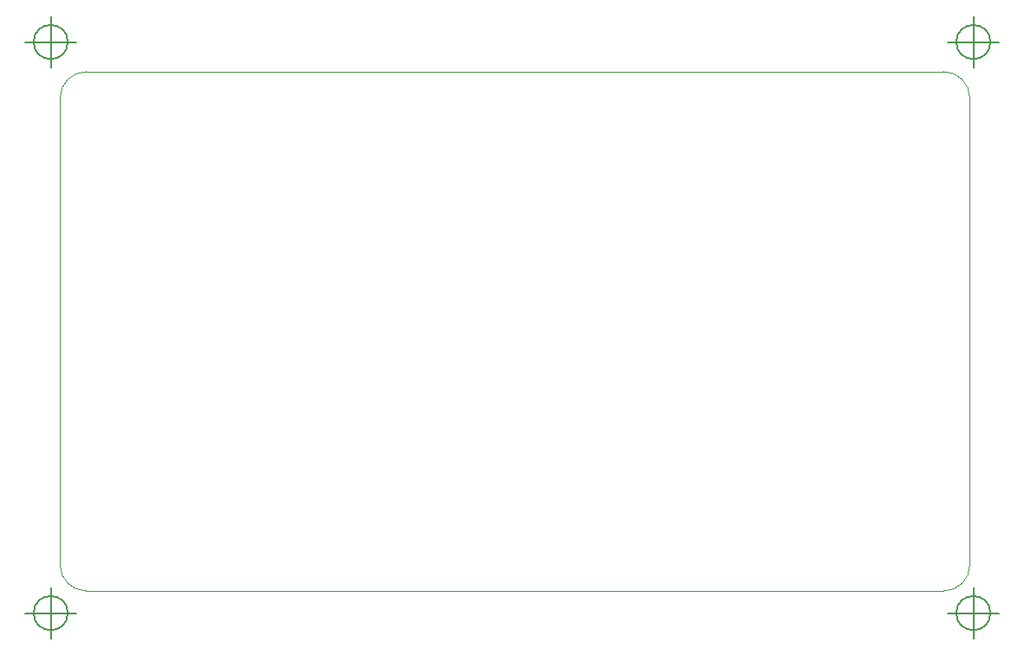
<source format=gbr>
G04 #@! TF.GenerationSoftware,KiCad,Pcbnew,7.0.6*
G04 #@! TF.CreationDate,2023-07-20T11:09:59-06:00*
G04 #@! TF.ProjectId,L1IFStream,4c314946-5374-4726-9561-6d2e6b696361,A*
G04 #@! TF.SameCoordinates,Original*
G04 #@! TF.FileFunction,Profile,NP*
%FSLAX46Y46*%
G04 Gerber Fmt 4.6, Leading zero omitted, Abs format (unit mm)*
G04 Created by KiCad (PCBNEW 7.0.6) date 2023-07-20 11:09:59*
%MOMM*%
%LPD*%
G01*
G04 APERTURE LIST*
G04 #@! TA.AperFunction,Profile*
%ADD10C,0.050000*%
G04 #@! TD*
G04 #@! TA.AperFunction,Profile*
%ADD11C,0.150000*%
G04 #@! TD*
G04 APERTURE END LIST*
D10*
X92362800Y-72762000D02*
G75*
G03*
X89822800Y-75302000I0J-2540000D01*
G01*
X89822800Y-121022000D02*
G75*
G03*
X92362800Y-123562000I2540000J0D01*
G01*
X176182800Y-72762000D02*
X92362800Y-72762000D01*
X178722800Y-75302000D02*
G75*
G03*
X176182800Y-72762000I-2540000J0D01*
G01*
X178722800Y-121022000D02*
X178722800Y-75302000D01*
X89822800Y-75302000D02*
X89822800Y-121022000D01*
X92362800Y-123562000D02*
X176182800Y-123562000D01*
X176182800Y-123562000D02*
G75*
G03*
X178722800Y-121022000I0J2540000D01*
G01*
D11*
X180736666Y-69850000D02*
G75*
G03*
X180736666Y-69850000I-1666666J0D01*
G01*
X176570000Y-69850000D02*
X181570000Y-69850000D01*
X179070000Y-67350000D02*
X179070000Y-72350000D01*
X90566666Y-69850000D02*
G75*
G03*
X90566666Y-69850000I-1666666J0D01*
G01*
X86400000Y-69850000D02*
X91400000Y-69850000D01*
X88900000Y-67350000D02*
X88900000Y-72350000D01*
X90566666Y-125730000D02*
G75*
G03*
X90566666Y-125730000I-1666666J0D01*
G01*
X86400000Y-125730000D02*
X91400000Y-125730000D01*
X88900000Y-123230000D02*
X88900000Y-128230000D01*
X180736666Y-125730000D02*
G75*
G03*
X180736666Y-125730000I-1666666J0D01*
G01*
X176570000Y-125730000D02*
X181570000Y-125730000D01*
X179070000Y-123230000D02*
X179070000Y-128230000D01*
M02*

</source>
